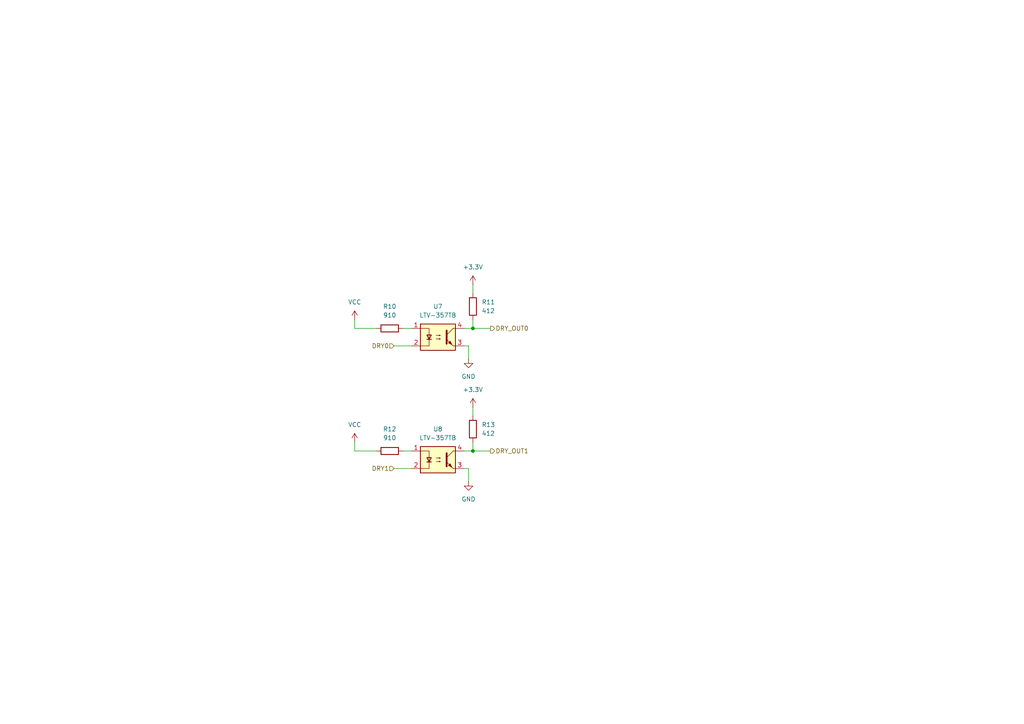
<source format=kicad_sch>
(kicad_sch (version 20250114) (generator "eeschema") (generator_version "9.0")
  (paper "A4")
  (lib_symbols
    (symbol "Device:R" (pin_numbers (hide yes)) (pin_names (offset 0))
      (property "Reference" "R" (at 2.032 0 90))
      (property "Value" "R" (at 0 0 90))
      (symbol "R_0_1"
        (rectangle (start -1.016 -2.54) (end 1.016 2.54) (stroke (width 0.254)))
      )
      (symbol "R_1_1"
        (pin passive line (at 0 3.81 270) (length 1.27) (name "~") (number "1"))
        (pin passive line (at 0 -3.81 90) (length 1.27) (name "~") (number "2"))
      )
    )
    (symbol "Isolator:LTV-357T" (pin_names (offset 1.016))
      (property "Reference" "U" (at -5.334 4.826 0))
      (property "Value" "LTV-357T" (at 0 5.08 0))
      (symbol "LTV-357T_0_1"
        (rectangle (start -5.08 3.81) (end 5.08 -3.81) (stroke (width 0.254)) (fill (type background)))
        (polyline (pts (xy -5.08 2.54) (xy -2.54 2.54) (xy -2.54 -0.762)))
        (polyline (pts (xy -3.175 -0.635) (xy -1.905 -0.635)) (stroke (width 0.254)))
        (polyline (pts (xy -2.54 -0.635) (xy -2.54 -2.54) (xy -5.08 -2.54)))
        (polyline (pts (xy -2.54 -0.635) (xy -3.175 0.635) (xy -1.905 0.635) (xy -2.54 -0.635)) (stroke (width 0.254)))
        (polyline (pts (xy -0.508 0.508) (xy 0.762 0.508) (xy 0.381 0.381) (xy 0.381 0.635) (xy 0.762 0.508)))
        (polyline (pts (xy -0.508 -0.508) (xy 0.762 -0.508) (xy 0.381 -0.635) (xy 0.381 -0.381) (xy 0.762 -0.508)))
        (polyline (pts (xy 2.54 1.905) (xy 2.54 -1.905) (xy 2.54 -1.905)) (stroke (width 0.508)))
        (polyline (pts (xy 2.54 0.635) (xy 4.445 2.54)))
        (polyline (pts (xy 3.048 -1.651) (xy 3.556 -1.143) (xy 4.064 -2.159) (xy 3.048 -1.651) (xy 3.048 -1.651)) (fill (type outline)))
        (polyline (pts (xy 4.445 2.54) (xy 5.08 2.54)))
        (polyline (pts (xy 4.445 -2.54) (xy 2.54 -0.635)) (fill (type outline)))
        (polyline (pts (xy 4.445 -2.54) (xy 5.08 -2.54)))
      )
      (symbol "LTV-357T_1_1"
        (pin passive line (at -7.62 2.54 0) (length 2.54) (name "~") (number "1"))
        (pin passive line (at -7.62 -2.54 0) (length 2.54) (name "~") (number "2"))
        (pin passive line (at 7.62 2.54 180) (length 2.54) (name "~") (number "4"))
        (pin passive line (at 7.62 -2.54 180) (length 2.54) (name "~") (number "3"))
      )
    )
    (symbol "power:+3.3V" (power) (pin_numbers (hide yes)) (pin_names (offset 0) (hide yes))
      (property "Value" "+3.3V" (at 0 3.556 0))
      (symbol "+3.3V_0_1"
        (polyline (pts (xy -0.762 1.27) (xy 0 2.54)))
        (polyline (pts (xy 0 2.54) (xy 0.762 1.27)))
        (polyline (pts (xy 0 0) (xy 0 2.54)))
      )
      (symbol "+3.3V_1_1"
        (pin power_in line (at 0 0 90) (length 0) (name "~") (number "1"))
      )
    )
    (symbol "power:GND" (power) (pin_numbers (hide yes)) (pin_names (offset 0) (hide yes))
      (property "Value" "GND" (at 0 -3.81 0))
      (symbol "GND_0_1"
        (polyline (pts (xy 0 0) (xy 0 -1.27) (xy 1.27 -1.27) (xy 0 -2.54) (xy -1.27 -1.27) (xy 0 -1.27)))
      )
      (symbol "GND_1_1"
        (pin power_in line (at 0 0 270) (length 0) (name "~") (number "1"))
      )
    )
    (symbol "power:VCC" (power) (pin_numbers (hide yes)) (pin_names (offset 0) (hide yes))
      (property "Value" "VCC" (at 0 3.556 0))
      (symbol "VCC_0_1"
        (polyline (pts (xy -0.762 1.27) (xy 0 2.54)))
        (polyline (pts (xy 0 2.54) (xy 0.762 1.27)))
        (polyline (pts (xy 0 0) (xy 0 2.54)))
      )
      (symbol "VCC_1_1"
        (pin power_in line (at 0 0 90) (length 0) (name "~") (number "1"))
      )
    )
  )
  (junction (at 137.16 130.81))
  (junction (at 137.16 95.25))
  (wire (pts (xy 137.16 130.81) (xy 142.24 130.81)))
  (wire (pts (xy 102.87 95.25) (xy 109.22 95.25)))
  (wire (pts (xy 102.87 130.81) (xy 109.22 130.81)))
  (wire (pts (xy 137.16 82.55) (xy 137.16 85.09)))
  (wire (pts (xy 116.84 130.81) (xy 119.38 130.81)))
  (wire (pts (xy 137.16 95.25) (xy 137.16 92.71)))
  (wire (pts (xy 114.3 100.33) (xy 119.38 100.33)))
  (wire (pts (xy 116.84 95.25) (xy 119.38 95.25)))
  (wire (pts (xy 102.87 128.27) (xy 102.87 130.81)))
  (wire (pts (xy 102.87 92.71) (xy 102.87 95.25)))
  (wire (pts (xy 135.89 139.7) (xy 135.89 135.89)))
  (wire (pts (xy 134.62 95.25) (xy 137.16 95.25)))
  (wire (pts (xy 134.62 130.81) (xy 137.16 130.81)))
  (wire (pts (xy 114.3 135.89) (xy 119.38 135.89)))
  (wire (pts (xy 135.89 104.14) (xy 135.89 100.33)))
  (wire (pts (xy 137.16 95.25) (xy 142.24 95.25)))
  (wire (pts (xy 135.89 135.89) (xy 134.62 135.89)))
  (wire (pts (xy 137.16 118.11) (xy 137.16 120.65)))
  (wire (pts (xy 135.89 100.33) (xy 134.62 100.33)))
  (wire (pts (xy 137.16 130.81) (xy 137.16 128.27)))
  (hierarchical_label "DRY_OUT0" (shape output) (at 142.24 95.25 0))
  (hierarchical_label "DRY1" (shape input) (at 114.3 135.89 180))
  (hierarchical_label "DRY_OUT1" (shape output) (at 142.24 130.81 0))
  (hierarchical_label "DRY0" (shape input) (at 114.3 100.33 180))
  (symbol (lib_id "Device:R") (at 137.16 88.9 180) (unit 1)
    (property "Reference" "R11" (at 139.7 87.6299 0) (effects (justify right)))
    (property "Value" "412" (at 139.7 90.1699 0) (effects (justify right)))
    (property "Description" "Resistor" (effects (hide yes)))
  )
  (symbol (lib_id "power:+3.3V") (at 137.16 82.55 0) (unit 1)
    (property "Reference" "#PWR035" (effects (hide yes)))
    (property "Value" "+3.3V" (at 137.16 77.47 0))
    (property "Description" "Power symbol creates a global label with name \"+3.3V\"" (effects (hide yes)))
  )
  (symbol (lib_id "power:+3.3V") (at 137.16 118.11 0) (unit 1)
    (property "Reference" "#PWR040" (effects (hide yes)))
    (property "Value" "+3.3V" (at 137.16 113.03 0))
    (property "Description" "Power symbol creates a global label with name \"+3.3V\"" (effects (hide yes)))
  )
  (symbol (lib_id "power:VCC") (at 102.87 92.71 0) (unit 1)
    (property "Reference" "#PWR036" (effects (hide yes)))
    (property "Value" "VCC" (at 102.87 87.63 0))
    (property "Description" "Power symbol creates a global label with name \"VCC\"" (effects (hide yes)))
  )
  (symbol (lib_id "Isolator:LTV-357T") (at 127 97.79 0) (unit 1)
    (property "Reference" "U7" (at 127 88.9 0))
    (property "Value" "LTV-357TB" (at 127 91.44 0))
    (property "Footprint" "Package_SO:SO-4_4.4x3.6mm_P2.54mm" (effects (hide yes)))
    (property "Datasheet" "https://www.buerklin.com/medias/sys_master/download/download/h91/ha0/8892020588574.pdf" (effects (hide yes)))
    (property "Description" "DC Optocoupler, Vce 35V, CTR 50%, SO-4" (effects (hide yes)))
  )
  (symbol (lib_id "Device:R") (at 137.16 124.46 180) (unit 1)
    (property "Reference" "R13" (at 139.7 123.1899 0) (effects (justify right)))
    (property "Value" "412" (at 139.7 125.7299 0) (effects (justify right)))
    (property "Description" "Resistor" (effects (hide yes)))
  )
  (symbol (lib_id "Device:R") (at 113.03 95.25 90) (unit 1)
    (property "Reference" "R10" (at 113.03 88.9 90))
    (property "Value" "910" (at 113.03 91.44 90))
    (property "Footprint" "Resistor_SMD:R_0603_1608Metric" (effects (hide yes)))
    (property "Description" "Resistor" (effects (hide yes)))
    (property "LCSC#" "C114670" (effects (hide yes)))
  )
  (symbol (lib_id "Device:R") (at 113.03 130.81 90) (unit 1)
    (property "Reference" "R12" (at 113.03 124.46 90))
    (property "Value" "910" (at 113.03 127 90))
    (property "Footprint" "Resistor_SMD:R_0603_1608Metric" (effects (hide yes)))
    (property "Description" "Resistor" (effects (hide yes)))
    (property "LCSC#" "C114670" (effects (hide yes)))
  )
  (symbol (lib_id "power:GND") (at 135.89 104.14 0) (unit 1)
    (property "Reference" "#PWR034" (effects (hide yes)))
    (property "Value" "GND" (at 135.89 109.22 0))
    (property "Description" "Power symbol creates a global label with name \"GND\" , ground" (effects (hide yes)))
  )
  (symbol (lib_id "power:GND") (at 135.89 139.7 0) (unit 1)
    (property "Reference" "#PWR039" (effects (hide yes)))
    (property "Value" "GND" (at 135.89 144.78 0))
    (property "Description" "Power symbol creates a global label with name \"GND\" , ground" (effects (hide yes)))
  )
  (symbol (lib_id "Isolator:LTV-357T") (at 127 133.35 0) (unit 1)
    (property "Reference" "U8" (at 127 124.46 0))
    (property "Value" "LTV-357TB" (at 127 127 0))
    (property "Footprint" "Package_SO:SO-4_4.4x3.6mm_P2.54mm" (effects (hide yes)))
    (property "Datasheet" "https://www.buerklin.com/medias/sys_master/download/download/h91/ha0/8892020588574.pdf" (effects (hide yes)))
    (property "Description" "DC Optocoupler, Vce 35V, CTR 50%, SO-4" (effects (hide yes)))
  )
  (symbol (lib_id "power:VCC") (at 102.87 128.27 0) (unit 1)
    (property "Reference" "#PWR037" (effects (hide yes)))
    (property "Value" "VCC" (at 102.87 123.19 0))
    (property "Description" "Power symbol creates a global label with name \"VCC\"" (effects (hide yes)))
  )
)
</source>
